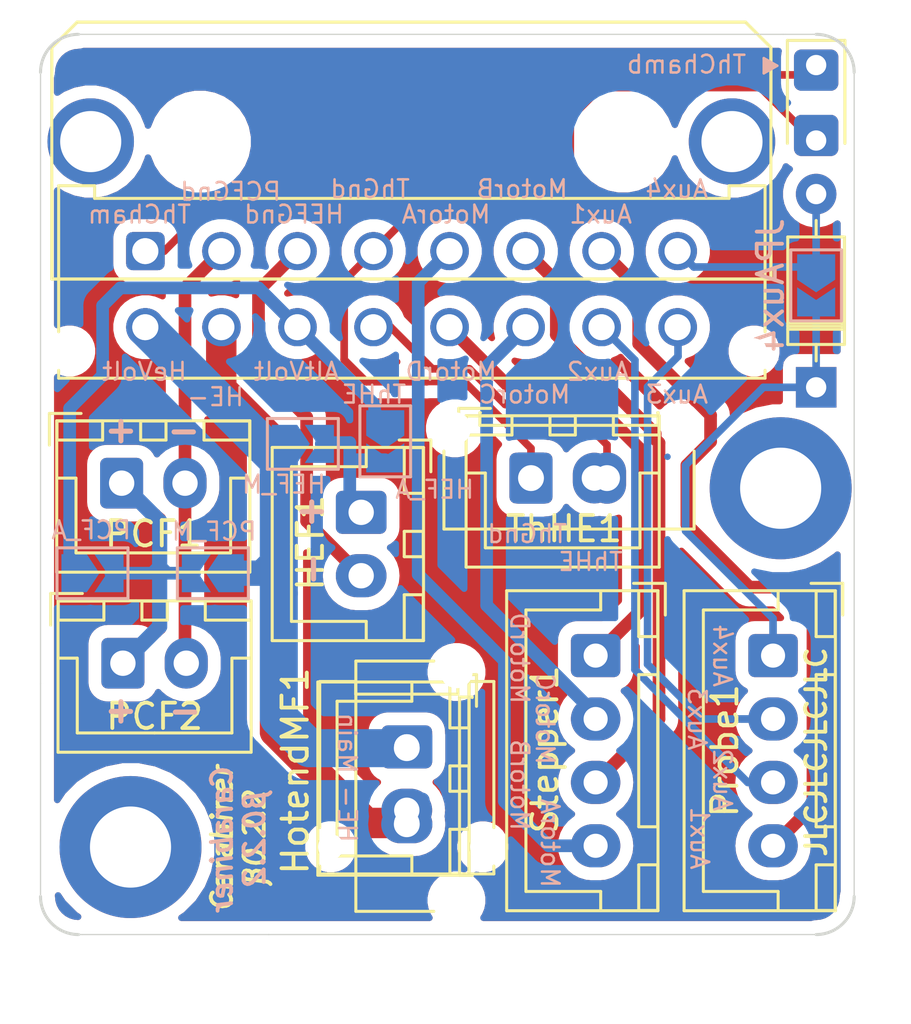
<source format=kicad_pcb>
(kicad_pcb (version 20171130) (host pcbnew 5.1.6+dfsg1-1)
  (layers (0 F.Cu signal) (31 B.Cu signal) (34 B.Paste user) (35 F.Paste user) (36 B.SilkS user) (37 F.SilkS user) (38 B.Mask user) (39 F.Mask user) (44 Edge.Cuts user))
  (net 0 "")
  (net 1 PcFanGnd)
  (net 2 HotendFanGnd)
  (net 3 Z-Stop)
  (net 4 Gnd)
  (net 5 Stepper1A)
  (net 6 Stepper1B)
  (net 7 Stepper2A)
  (net 8 Stepper2B)
  (net 9 HotendNeg)
  (net 10 Aux2)
  (net 11 DioAux2)
  (net 12 Aux1)
  (net 13 HotendFanSwitch)
  (net 14 PcFanSwitch)
  (net 15 AltVolt)
  (net 16 ThCommonGnd)
  (net 17 ThChamber)
  (net 18 HotendVoltage)
  (net 19 ThHotend)
  (module Annex:AnnexLogoBack (layer F.Cu) (at 66.7 37.3)
    (fp_text reference LOGO2 hide)
    (fp_text value Logo_Open_Hardware_Small hide)
  )
  (module Annex:AnnexLogo (layer F.Cu) (at 65.4 37.3)
    (fp_text reference LOGO1 hide)
    (fp_text value Logo_Open_Hardware_Small hide)
  )
  (module Jumper:SolderJumper-2_P1.3mm_Open_TrianglePad1.0x1.5mm (layer B.Cu) (at 64.1 50.05 270)
    (fp_text reference HEF_A (at 1.9 -1.95 180) (layer B.SilkS) (effects (font (size 0.7 0.7) (thickness 0.1)) (justify mirror)))
    (fp_text value SolderJumper_2_Open)
    (pad 1 smd custom (at -0.725 0 270) (size 0.3 0.3) (layers B.Cu B.Mask) (net 15 AltVolt) (options (clearance outline) (anchor rect)) (primitives (gr_poly (pts (xy -0.5 0.75) (xy 0.5 0.75) (xy 1 0) (xy 0.5 -0.75) (xy -0.5 -0.75)) (width 0))))
    (pad 2 smd custom (at 0.725 0 270) (size 0.3 0.3) (layers B.Cu B.Mask) (net 13 HotendFanSwitch) (options (clearance outline) (anchor rect)) (primitives (gr_poly (pts (xy -0.65 0.75) (xy 0.5 0.75) (xy 0.5 -0.75) (xy -0.65 -0.75) (xy -0.15 0)) (width 0))))
  )
  (module Connector_Molex:Molex_Micro-Fit_3.0_43650-0215_1x02_P3.00mm_Vertical (layer F.Cu) (at 69.85 51.5)
    (fp_text reference ThHe_MF1 hide)
    (fp_text value "Thermistor MF 43650-0215")
    (pad 2 thru_hole oval (at 3 0) (size 1.5 2.02) (drill 1.02) (layers *.Cu *.Mask) (net 19 ThHotend))
    (pad 1 thru_hole roundrect (at 0 0) (size 1.5 2.02) (drill 1.02) (layers *.Cu *.Mask) (roundrect_rratio 0.166667) (net 16 ThCommonGnd))
    (pad "" np_thru_hole circle (at 6 -1.96) (size 1.27 1.27) (drill 1.27) (layers *.Cu *.Mask))
    (pad "" np_thru_hole circle (at -3 -1.96) (size 1.27 1.27) (drill 1.27) (layers *.Cu *.Mask))
  )
  (module Connector_Molex:Molex_Micro-Fit_3.0_43045-0212_2x01_P3.00mm_Vertical (layer F.Cu) (at 64.95 62.1)
    (fp_text reference HotendMF2 hide)
    (fp_text value " Hotend MF 43045-0212")
    (pad 2 thru_hole circle (at 0 3) (size 1.5 1.5) (drill 1) (layers *.Cu *.Mask) (net 9 HotendNeg))
    (pad 1 thru_hole roundrect (at 0 0) (size 1.5 1.5) (drill 1) (layers *.Cu *.Mask) (roundrect_rratio 0.166667) (net 18 HotendVoltage))
    (pad "" np_thru_hole circle (at 3 3.94) (size 1 1) (drill 1) (layers *.Cu *.Mask))
    (pad "" np_thru_hole circle (at -3 3.94) (size 1 1) (drill 1) (layers *.Cu *.Mask))
  )
  (module Connector_Molex:Molex_Micro-Fit_3.0_43045-1621_2x08-1MP_P3.00mm_Horizontal (layer F.Cu) (at 54.63 42.55)
    (fp_text reference J2 hide)
    (fp_text value "MF-Horizontal 43045-1621")
    (pad 16 thru_hole circle (at 21 3) (size 1.5 1.5) (drill 1.02) (layers *.Cu *.Mask) (net 12 Aux1))
    (pad 15 thru_hole circle (at 18 3) (size 1.5 1.5) (drill 1.02) (layers *.Cu *.Mask) (net 3 Z-Stop))
    (pad 14 thru_hole circle (at 15 3) (size 1.5 1.5) (drill 1.02) (layers *.Cu *.Mask) (net 7 Stepper2A))
    (pad 13 thru_hole circle (at 12 3) (size 1.5 1.5) (drill 1.02) (layers *.Cu *.Mask) (net 8 Stepper2B))
    (pad 12 thru_hole circle (at 9 3) (size 1.5 1.5) (drill 1.02) (layers *.Cu *.Mask) (net 19 ThHotend))
    (pad 11 thru_hole circle (at 6 3) (size 1.5 1.5) (drill 1.02) (layers *.Cu *.Mask) (net 15 AltVolt))
    (pad 10 thru_hole circle (at 3 3) (size 1.5 1.5) (drill 1.02) (layers *.Cu *.Mask) (net 9 HotendNeg))
    (pad 9 thru_hole circle (at 0 3) (size 1.5 1.5) (drill 1.02) (layers *.Cu *.Mask) (net 18 HotendVoltage))
    (pad 8 thru_hole circle (at 21 0) (size 1.5 1.5) (drill 1.02) (layers *.Cu *.Mask) (net 10 Aux2))
    (pad 7 thru_hole circle (at 18 0) (size 1.5 1.5) (drill 1.02) (layers *.Cu *.Mask) (net 4 Gnd))
    (pad 6 thru_hole circle (at 15 0) (size 1.5 1.5) (drill 1.02) (layers *.Cu *.Mask) (net 6 Stepper1B))
    (pad 5 thru_hole circle (at 12 0) (size 1.5 1.5) (drill 1.02) (layers *.Cu *.Mask) (net 5 Stepper1A))
    (pad 4 thru_hole circle (at 9 0) (size 1.5 1.5) (drill 1.02) (layers *.Cu *.Mask) (net 16 ThCommonGnd))
    (pad 3 thru_hole circle (at 6 0) (size 1.5 1.5) (drill 1.02) (layers *.Cu *.Mask) (net 2 HotendFanGnd))
    (pad 2 thru_hole circle (at 3 0) (size 1.5 1.5) (drill 1.02) (layers *.Cu *.Mask) (net 1 PcFanGnd))
    (pad 1 thru_hole roundrect (at 0 0) (size 1.5 1.5) (drill 1.02) (layers *.Cu *.Mask) (roundrect_rratio 0.166667) (net 17 ThChamber))
    (pad MP thru_hole circle (at 23.15 -4.32) (size 3.41 3.41) (drill 2.41) (layers *.Cu *.Mask))
    (pad MP thru_hole circle (at -2.15 -4.32) (size 3.41 3.41) (drill 2.41) (layers *.Cu *.Mask))
  )
  (module Jumper:SolderJumper-2_P1.3mm_Open_TrianglePad1.0x1.5mm (layer B.Cu) (at 57.3 55.25 180)
    (fp_text reference PCF_M (at -0.05 1.65) (layer B.SilkS) (effects (font (size 0.7 0.7) (thickness 0.1)) (justify mirror)))
    (fp_text value SolderJumper_2_Open)
    (pad 1 smd custom (at -0.725 0 180) (size 0.3 0.3) (layers B.Cu B.Mask) (net 18 HotendVoltage) (options (clearance outline) (anchor rect)) (primitives (gr_poly (pts (xy -0.5 0.75) (xy 0.5 0.75) (xy 1 0) (xy 0.5 -0.75) (xy -0.5 -0.75)) (width 0))))
    (pad 2 smd custom (at 0.725 0 180) (size 0.3 0.3) (layers B.Cu B.Mask) (net 14 PcFanSwitch) (options (clearance outline) (anchor rect)) (primitives (gr_poly (pts (xy -0.65 0.75) (xy 0.5 0.75) (xy 0.5 -0.75) (xy -0.65 -0.75) (xy -0.15 0)) (width 0))))
  )
  (module Jumper:SolderJumper-2_P1.3mm_Open_TrianglePad1.0x1.5mm (layer B.Cu) (at 52.55 55.25)
    (fp_text reference PCF_A (at -0.05 -1.7) (layer B.SilkS) (effects (font (size 0.7 0.7) (thickness 0.1)) (justify mirror)))
    (fp_text value SolderJumper_2_Open)
    (pad 1 smd custom (at -0.725 0) (size 0.3 0.3) (layers B.Cu B.Mask) (net 15 AltVolt) (options (clearance outline) (anchor rect)) (primitives (gr_poly (pts (xy -0.5 0.75) (xy 0.5 0.75) (xy 1 0) (xy 0.5 -0.75) (xy -0.5 -0.75)) (width 0))))
    (pad 2 smd custom (at 0.725 0) (size 0.3 0.3) (layers B.Cu B.Mask) (net 14 PcFanSwitch) (options (clearance outline) (anchor rect)) (primitives (gr_poly (pts (xy -0.65 0.75) (xy 0.5 0.75) (xy 0.5 -0.75) (xy -0.65 -0.75) (xy -0.15 0)) (width 0))))
  )
  (module Jumper:SolderJumper-2_P1.3mm_Open_TrianglePad1.0x1.5mm (layer B.Cu) (at 60.85 50.15)
    (fp_text reference HEF_M (at -0.75 1.6) (layer B.SilkS) (effects (font (size 0.7 0.7) (thickness 0.1)) (justify mirror)))
    (fp_text value SolderJumper_2_Open)
    (pad 1 smd custom (at -0.725 0) (size 0.3 0.3) (layers B.Cu B.Mask) (net 18 HotendVoltage) (options (clearance outline) (anchor rect)) (primitives (gr_poly (pts (xy -0.5 0.75) (xy 0.5 0.75) (xy 1 0) (xy 0.5 -0.75) (xy -0.5 -0.75)) (width 0))))
    (pad 2 smd custom (at 0.725 0) (size 0.3 0.3) (layers B.Cu B.Mask) (net 13 HotendFanSwitch) (options (clearance outline) (anchor rect)) (primitives (gr_poly (pts (xy -0.65 0.75) (xy 0.5 0.75) (xy 0.5 -0.75) (xy -0.65 -0.75) (xy -0.15 0)) (width 0))))
  )
  (module Connector_Molex:Molex_Micro-Fit_3.0_43045-1612_2x08_P3.00mm_Vertical (layer F.Cu) (at 54.65 42.55)
    (fp_text reference J1 hide)
    (fp_text value "MF-Vertical  43045-1612")
    (pad 16 thru_hole circle (at 21 3) (size 1.5 1.5) (drill 1) (layers *.Cu *.Mask) (net 12 Aux1))
    (pad 15 thru_hole circle (at 18 3) (size 1.5 1.5) (drill 1) (layers *.Cu *.Mask) (net 3 Z-Stop))
    (pad 14 thru_hole circle (at 15 3) (size 1.5 1.5) (drill 1) (layers *.Cu *.Mask) (net 7 Stepper2A))
    (pad 13 thru_hole circle (at 12 3) (size 1.5 1.5) (drill 1) (layers *.Cu *.Mask) (net 8 Stepper2B))
    (pad 12 thru_hole circle (at 9 3) (size 1.5 1.5) (drill 1) (layers *.Cu *.Mask) (net 19 ThHotend))
    (pad 11 thru_hole circle (at 6 3) (size 1.5 1.5) (drill 1) (layers *.Cu *.Mask) (net 15 AltVolt))
    (pad 10 thru_hole circle (at 3 3) (size 1.5 1.5) (drill 1) (layers *.Cu *.Mask) (net 9 HotendNeg))
    (pad 9 thru_hole circle (at 0 3) (size 1.5 1.5) (drill 1) (layers *.Cu *.Mask) (net 18 HotendVoltage))
    (pad 8 thru_hole circle (at 21 0) (size 1.5 1.5) (drill 1) (layers *.Cu *.Mask) (net 10 Aux2))
    (pad 7 thru_hole circle (at 18 0) (size 1.5 1.5) (drill 1) (layers *.Cu *.Mask) (net 4 Gnd))
    (pad 6 thru_hole circle (at 15 0) (size 1.5 1.5) (drill 1) (layers *.Cu *.Mask) (net 6 Stepper1B))
    (pad 5 thru_hole circle (at 12 0) (size 1.5 1.5) (drill 1) (layers *.Cu *.Mask) (net 5 Stepper1A))
    (pad 4 thru_hole circle (at 9 0) (size 1.5 1.5) (drill 1) (layers *.Cu *.Mask) (net 16 ThCommonGnd))
    (pad 3 thru_hole circle (at 6 0) (size 1.5 1.5) (drill 1) (layers *.Cu *.Mask) (net 2 HotendFanGnd))
    (pad 2 thru_hole circle (at 3 0) (size 1.5 1.5) (drill 1) (layers *.Cu *.Mask) (net 1 PcFanGnd))
    (pad 1 thru_hole roundrect (at 0 0) (size 1.5 1.5) (drill 1) (layers *.Cu *.Mask) (roundrect_rratio 0.166667) (net 17 ThChamber))
    (pad "" np_thru_hole circle (at 24 3.94) (size 1 1) (drill 1) (layers *.Cu *.Mask))
    (pad "" np_thru_hole circle (at -3 3.94) (size 1 1) (drill 1) (layers *.Cu *.Mask))
  )
  (module carabiner-footprints:1206_3216_HandSolder_Hole (layer F.Cu) (at 81.1 36.7 270)
    (fp_text reference Chamber1 hide)
    (fp_text value Thermistor)
    (pad 1 thru_hole roundrect (at -1.4875 0 270) (size 1.625 1.75) (drill 0.8 (offset 0.2 0)) (layers *.Cu *.Mask) (roundrect_rratio 0.175) (net 17 ThChamber))
    (pad 2 thru_hole roundrect (at 1.4875 0 270) (size 1.625 1.75) (drill 0.8 (offset -0.2 0)) (layers *.Cu *.Mask) (roundrect_rratio 0.175) (net 16 ThCommonGnd))
  )
  (module Connector_Molex:Molex_Micro-Fit_3.0_43045-1600_2x08_P3.00mm_Horizontal (layer F.Cu) (at 54.63 42.55)
    (fp_text reference J7 hide)
    (fp_text value "MF-Horizontal 43045-1600")
    (pad 16 thru_hole circle (at 21 3) (size 1.5 1.5) (drill 1.02) (layers *.Cu *.Mask) (net 12 Aux1))
    (pad 15 thru_hole circle (at 18 3) (size 1.5 1.5) (drill 1.02) (layers *.Cu *.Mask) (net 3 Z-Stop))
    (pad 14 thru_hole circle (at 15 3) (size 1.5 1.5) (drill 1.02) (layers *.Cu *.Mask) (net 7 Stepper2A))
    (pad 13 thru_hole circle (at 12 3) (size 1.5 1.5) (drill 1.02) (layers *.Cu *.Mask) (net 8 Stepper2B))
    (pad 12 thru_hole circle (at 9 3) (size 1.5 1.5) (drill 1.02) (layers *.Cu *.Mask) (net 19 ThHotend))
    (pad 11 thru_hole circle (at 6 3) (size 1.5 1.5) (drill 1.02) (layers *.Cu *.Mask) (net 15 AltVolt))
    (pad 10 thru_hole circle (at 3 3) (size 1.5 1.5) (drill 1.02) (layers *.Cu *.Mask) (net 9 HotendNeg))
    (pad 9 thru_hole circle (at 0 3) (size 1.5 1.5) (drill 1.02) (layers *.Cu *.Mask) (net 18 HotendVoltage))
    (pad 8 thru_hole circle (at 21 0) (size 1.5 1.5) (drill 1.02) (layers *.Cu *.Mask) (net 10 Aux2))
    (pad 7 thru_hole circle (at 18 0) (size 1.5 1.5) (drill 1.02) (layers *.Cu *.Mask) (net 4 Gnd))
    (pad 6 thru_hole circle (at 15 0) (size 1.5 1.5) (drill 1.02) (layers *.Cu *.Mask) (net 6 Stepper1B))
    (pad 5 thru_hole circle (at 12 0) (size 1.5 1.5) (drill 1.02) (layers *.Cu *.Mask) (net 5 Stepper1A))
    (pad 4 thru_hole circle (at 9 0) (size 1.5 1.5) (drill 1.02) (layers *.Cu *.Mask) (net 16 ThCommonGnd))
    (pad 3 thru_hole circle (at 6 0) (size 1.5 1.5) (drill 1.02) (layers *.Cu *.Mask) (net 2 HotendFanGnd))
    (pad 2 thru_hole circle (at 3 0) (size 1.5 1.5) (drill 1.02) (layers *.Cu *.Mask) (net 1 PcFanGnd))
    (pad 1 thru_hole roundrect (at 0 0) (size 1.5 1.5) (drill 1.02) (layers *.Cu *.Mask) (roundrect_rratio 0.166667) (net 17 ThChamber))
    (pad "" np_thru_hole circle (at 18.86 -4.32) (size 3 3) (drill 3) (layers *.Cu *.Mask))
    (pad "" np_thru_hole circle (at 2.16 -4.32) (size 3 3) (drill 3) (layers *.Cu *.Mask))
  )
  (module Connector_JST:JST_XH_B2B-XH-A_1x02_P2.50mm_Vertical (layer F.Cu) (at 64.95 62.1 270)
    (fp_text reference HotendXH1)
    (fp_text value HotendXHTool)
    (pad 1 thru_hole roundrect (at 0 0 270) (size 1.7 2) (drill 1) (layers *.Cu *.Mask) (roundrect_rratio 0.147059) (net 18 HotendVoltage))
    (pad 2 thru_hole oval (at 2.5 0 270) (size 1.7 2) (drill 1) (layers *.Cu *.Mask) (net 9 HotendNeg))
  )
  (module Connector_JST:JST_XH_B2B-XH-A_1x02_P2.50mm_Vertical (layer F.Cu) (at 69.85 51.5)
    (fp_text reference ThHE1 (at 1.3 2) (layer F.SilkS))
    (fp_text value Thermistor)
    (pad 1 thru_hole roundrect (at 0 0) (size 1.7 2) (drill 1) (layers *.Cu *.Mask) (roundrect_rratio 0.147059) (net 16 ThCommonGnd))
    (pad 2 thru_hole oval (at 2.5 0) (size 1.7 2) (drill 1) (layers *.Cu *.Mask) (net 19 ThHotend))
  )
  (module Connector_JST:JST_XH_B4B-XH-A_1x04_P2.50mm_Vertical (layer F.Cu) (at 72.4 58.5 270)
    (fp_text reference Stepper1 (at 3.7 2 90) (layer F.SilkS))
    (fp_text value E-Stepper)
    (pad 4 thru_hole oval (at 7.5 0 270) (size 1.7 1.95) (drill 0.95) (layers *.Cu *.Mask) (net 5 Stepper1A))
    (pad 3 thru_hole oval (at 5 0 270) (size 1.7 1.95) (drill 0.95) (layers *.Cu *.Mask) (net 6 Stepper1B))
    (pad 2 thru_hole oval (at 2.5 0 270) (size 1.7 1.95) (drill 0.95) (layers *.Cu *.Mask) (net 7 Stepper2A))
    (pad 1 thru_hole roundrect (at 0 0 270) (size 1.7 1.95) (drill 0.95) (layers *.Cu *.Mask) (roundrect_rratio 0.147059) (net 8 Stepper2B))
  )
  (module Connector_JST:JST_XH_B4B-XH-A_1x04_P2.50mm_Vertical (layer F.Cu) (at 79.4 58.5 270)
    (fp_text reference Probe1 (at 3.75 1.9 90) (layer F.SilkS))
    (fp_text value Probe)
    (pad 4 thru_hole oval (at 7.5 0 270) (size 1.7 1.95) (drill 0.95) (layers *.Cu *.Mask) (net 4 Gnd))
    (pad 3 thru_hole oval (at 5 0 270) (size 1.7 1.95) (drill 0.95) (layers *.Cu *.Mask) (net 3 Z-Stop))
    (pad 2 thru_hole oval (at 2.5 0 270) (size 1.7 1.95) (drill 0.95) (layers *.Cu *.Mask) (net 12 Aux1))
    (pad 1 thru_hole roundrect (at 0 0 270) (size 1.7 1.95) (drill 0.95) (layers *.Cu *.Mask) (roundrect_rratio 0.147059) (net 11 DioAux2))
  )
  (module Connector_JST:JST_XH_B2B-XH-A_1x02_P2.50mm_Vertical (layer F.Cu) (at 53.75 58.8)
    (fp_text reference PCF2 (at 1.25 2.1) (layer F.SilkS))
    (fp_text value PcFan2)
    (pad 2 thru_hole oval (at 2.5 0) (size 1.7 2) (drill 1) (layers *.Cu *.Mask) (net 1 PcFanGnd))
    (pad 1 thru_hole roundrect (at 0 0) (size 1.7 2) (drill 1) (layers *.Cu *.Mask) (roundrect_rratio 0.147059) (net 14 PcFanSwitch))
  )
  (module Connector_JST:JST_XH_B2B-XH-A_1x02_P2.50mm_Vertical (layer F.Cu) (at 53.7 51.7)
    (fp_text reference PCF1 (at 1.25 2) (layer F.SilkS))
    (fp_text value PcFan1)
    (pad 2 thru_hole oval (at 2.5 0) (size 1.7 2) (drill 1) (layers *.Cu *.Mask) (net 1 PcFanGnd))
    (pad 1 thru_hole roundrect (at 0 0) (size 1.7 2) (drill 1) (layers *.Cu *.Mask) (roundrect_rratio 0.147059) (net 14 PcFanSwitch))
  )
  (module Jumper:SolderJumper-2_P1.3mm_Open_TrianglePad1.0x1.5mm (layer B.Cu) (at 81.1 43.9 270)
    (fp_text reference JPAux4 (at 0 1.8 270) (layer B.SilkS) (effects (justify mirror)))
    (fp_text value SolderJumper_2_Open)
    (pad 1 smd custom (at -0.725 0 270) (size 0.3 0.3) (layers B.Cu B.Mask) (net 10 Aux2) (options (clearance outline) (anchor rect)) (primitives (gr_poly (pts (xy -0.5 0.75) (xy 0.5 0.75) (xy 1 0) (xy 0.5 -0.75) (xy -0.5 -0.75)) (width 0))))
    (pad 2 smd custom (at 0.725 0 270) (size 0.3 0.3) (layers B.Cu B.Mask) (net 11 DioAux2) (options (clearance outline) (anchor rect)) (primitives (gr_poly (pts (xy -0.65 0.75) (xy 0.5 0.75) (xy 0.5 -0.75) (xy -0.65 -0.75) (xy -0.15 0)) (width 0))))
  )
  (module Connector_JST:JST_XH_B2B-XH-A_1x02_P2.50mm_Vertical (layer F.Cu) (at 63.15 52.85 270)
    (fp_text reference HEF1 (at 1.2 2 90) (layer F.SilkS))
    (fp_text value HotendFan)
    (pad 2 thru_hole oval (at 2.5 0 270) (size 1.7 2) (drill 1) (layers *.Cu *.Mask) (net 2 HotendFanGnd))
    (pad 1 thru_hole roundrect (at 0 0 270) (size 1.7 2) (drill 1) (layers *.Cu *.Mask) (roundrect_rratio 0.147059) (net 13 HotendFanSwitch))
  )
  (module Connector_Molex:Molex_Micro-Fit_3.0_43650-0215_1x02_P3.00mm_Vertical (layer F.Cu) (at 64.95 62.15 270)
    (fp_text reference HotendMF1 (at 0.9 4.4 90) (layer F.SilkS))
    (fp_text value "Hotend MF 43650-0215")
    (pad 2 thru_hole oval (at 3 0 270) (size 1.5 2.02) (drill 1.02) (layers *.Cu *.Mask) (net 9 HotendNeg))
    (pad 1 thru_hole roundrect (at 0 0 270) (size 1.5 2.02) (drill 1.02) (layers *.Cu *.Mask) (roundrect_rratio 0.166667) (net 18 HotendVoltage))
    (pad "" np_thru_hole circle (at 6 -1.96 270) (size 1.27 1.27) (drill 1.27) (layers *.Cu *.Mask))
    (pad "" np_thru_hole circle (at -3 -1.96 270) (size 1.27 1.27) (drill 1.27) (layers *.Cu *.Mask))
  )
  (module MountingHole:MountingHole_3.2mm_M3_DIN965_Pad (layer F.Cu) (at 79.7 51.9)
    (fp_text reference H2 hide)
    (fp_text value MountingHole)
    (pad 1 thru_hole circle (at 0 0) (size 5.6 5.6) (drill 3.2) (layers *.Cu *.Mask))
  )
  (module MountingHole:MountingHole_3.2mm_M3_DIN965_Pad (layer F.Cu) (at 54.05 66.05)
    (fp_text reference H1 hide)
    (fp_text value MountingHole)
    (pad 1 thru_hole circle (at 0 0) (size 5.6 5.6) (drill 3.2) (layers *.Cu *.Mask))
  )
  (module Diode_THT:D_DO-35_SOD27_P7.62mm_Horizontal (layer F.Cu) (at 81.1 47.92 90)
    (fp_text reference D1 hide)
    (fp_text value B350)
    (pad 2 thru_hole oval (at 7.62 0 90) (size 1.6 1.6) (drill 0.8) (layers *.Cu *.Mask) (net 10 Aux2))
    (pad 1 thru_hole rect (at 0 0 90) (size 1.6 1.6) (drill 0.8) (layers *.Cu *.Mask) (net 11 DioAux2))
  )
  (gr_text "Carabiner\nβ0.2.2" (at 58.3 65.7 90) (layer B.SilkS) (effects (font (size 0.8 0.8) (thickness 0.15) italic) (justify mirror)))
  (gr_arc (start 52 35.5) (end 52 34) (angle -90) (layer Edge.Cuts) (width 0.12))
  (gr_arc (start 52 68) (end 50.5 68) (angle -90) (layer Edge.Cuts) (width 0.12))
  (gr_arc (start 81.1 68) (end 81.1 69.5) (angle -90) (layer Edge.Cuts) (width 0.12))
  (gr_line (start 82.6 35.5) (end 82.6 68) (layer Edge.Cuts) (width 0.05))
  (gr_arc (start 81.1 35.5) (end 82.6 35.5) (angle -90) (layer Edge.Cuts) (width 0.12))
  (gr_text "◀ ThChamb\n\n" (at 79.8 35.75) (layer B.SilkS) (effects (font (size 0.7 0.7) (thickness 0.1)) (justify left mirror)))
  (gr_text "Carabiner\nβ0.2.2" (at 58.3 65.7 90) (layer F.SilkS) (effects (font (size 0.8 0.8) (thickness 0.15) italic)))
  (gr_text JLCJLCJLCJLC (at 81.1 62.3 90) (layer F.SilkS) (effects (font (size 0.8 0.8))))
  (gr_text MotorD (at 69.4 58.6 270) (layer B.SilkS) (effects (font (size 0.7 0.7) (thickness 0.1)) (justify mirror)))
  (gr_text MotorC (at 70.4 61 270) (layer B.SilkS) (effects (font (size 0.7 0.7) (thickness 0.1)) (justify mirror)))
  (gr_text MotorB (at 69.4 63.6 270) (layer B.SilkS) (effects (font (size 0.7 0.7) (thickness 0.1)) (justify mirror)))
  (gr_text MotorA (at 70.6 65.9 270) (layer B.SilkS) (effects (font (size 0.7 0.7) (thickness 0.1)) (justify mirror)))
  (gr_text ThHE (at 63.65 48.2) (layer B.SilkS) (effects (font (size 0.7 0.7) (thickness 0.1)) (justify mirror)))
  (gr_text ThHE (at 72.2 54.8) (layer B.SilkS) (effects (font (size 0.7 0.7) (thickness 0.1)) (justify mirror)))
  (gr_text MotorD (at 66.7 47.3) (layer B.SilkS) (effects (font (size 0.7 0.7) (thickness 0.1)) (justify mirror)))
  (gr_text MotorC (at 69.6 48.2) (layer B.SilkS) (effects (font (size 0.7 0.7) (thickness 0.1)) (justify mirror)))
  (gr_text MotorB (at 69.5 40.1) (layer B.SilkS) (effects (font (size 0.7 0.7) (thickness 0.1)) (justify mirror)))
  (gr_text MotorA (at 66.5 41.1) (layer B.SilkS) (effects (font (size 0.7 0.7) (thickness 0.1)) (justify mirror)))
  (gr_text Main (at 62.6 61.95 270) (layer B.SilkS) (effects (font (size 0.7 0.7) (thickness 0.1)) (justify mirror)))
  (gr_text "HE-\n" (at 62.6 64.75 270) (layer B.SilkS) (effects (font (size 0.7 0.7) (thickness 0.1)) (justify mirror)))
  (gr_text Aux2 (at 77.4 63.4 270) (layer B.SilkS) (effects (font (size 0.7 0.7) (thickness 0.1)) (justify mirror)))
  (gr_text Aux1 (at 76.5 65.7 270) (layer B.SilkS) (effects (font (size 0.7 0.7) (thickness 0.1)) (justify mirror)))
  (gr_text Aux3 (at 76.4 61 270) (layer B.SilkS) (effects (font (size 0.7 0.7) (thickness 0.1)) (justify mirror)))
  (gr_text Aux4 (at 77.4 58.5 270) (layer B.SilkS) (effects (font (size 0.7 0.7) (thickness 0.1)) (justify mirror)))
  (gr_text ThGnd (at 69.7 53.7) (layer B.SilkS) (effects (font (size 0.7 0.7) (thickness 0.1)) (justify mirror)))
  (gr_text Aux3 (at 75.6 48.2) (layer B.SilkS) (effects (font (size 0.7 0.7) (thickness 0.1)) (justify mirror)))
  (gr_text Aux2 (at 72.5 47.3) (layer B.SilkS) (effects (font (size 0.7 0.7) (thickness 0.1)) (justify mirror)))
  (gr_text Aux4 (at 75.6 40.1) (layer B.SilkS) (effects (font (size 0.7 0.7) (thickness 0.1)) (justify mirror)))
  (gr_text Aux1 (at 72.6 41.1) (layer B.SilkS) (effects (font (size 0.7 0.7) (thickness 0.1)) (justify mirror)))
  (gr_text ThGnd (at 63.5 40.1) (layer B.SilkS) (effects (font (size 0.7 0.7) (thickness 0.1)) (justify mirror)))
  (gr_text HEFGnd (at 60.5 41.1) (layer B.SilkS) (effects (font (size 0.7 0.7) (thickness 0.1)) (justify mirror)))
  (gr_text PCFGnd (at 58 40.2) (layer B.SilkS) (effects (font (size 0.7 0.7) (thickness 0.1)) (justify mirror)))
  (gr_text "ThCham\n" (at 54.4 41.1) (layer B.SilkS) (effects (font (size 0.7 0.7) (thickness 0.1)) (justify mirror)))
  (gr_text AltVolt (at 60.6 47.3) (layer B.SilkS) (effects (font (size 0.7 0.7) (thickness 0.1)) (justify mirror)))
  (gr_text "HE-\n" (at 57.4 48.3) (layer B.SilkS) (effects (font (size 0.7 0.7) (thickness 0.1)) (justify mirror)))
  (gr_text HeVolt (at 54.6 47.3) (layer B.SilkS) (effects (font (size 0.7 0.7) (thickness 0.1)) (justify mirror)))
  (gr_text + (at 53.6 49.65 90) (layer B.SilkS) (effects (font (size 1 1) (thickness 0.2)) (justify mirror)))
  (gr_text - (at 56.15 49.75 180) (layer B.SilkS) (effects (font (size 1 1) (thickness 0.2)) (justify mirror)))
  (gr_text + (at 53.6 60.7 90) (layer B.SilkS) (effects (font (size 1 1) (thickness 0.2)) (justify mirror)))
  (gr_text - (at 56.2 60.8 180) (layer B.SilkS) (effects (font (size 1 1) (thickness 0.2)) (justify mirror)))
  (gr_text - (at 61.2 55.1 90) (layer B.SilkS) (effects (font (size 1 1) (thickness 0.2)) (justify mirror)))
  (gr_text + (at 61.2 52.75) (layer B.SilkS) (effects (font (size 1 1) (thickness 0.2)) (justify mirror)))
  (gr_line (start 50.5 68) (end 50.5 59.6) (layer Edge.Cuts) (width 0.05))
  (gr_line (start 59.5 69.5) (end 52 69.5) (layer Edge.Cuts) (width 0.05))
  (gr_line (start 59.5 69.5) (end 81.1 69.5) (layer Edge.Cuts) (width 0.05))
  (gr_line (start 79.8 34) (end 81.1 34) (layer Edge.Cuts) (width 0.05))
  (gr_line (start 50.5 35.5) (end 50.5 59.6) (layer Edge.Cuts) (width 0.05))
  (gr_line (start 79.8 34) (end 52 34) (layer Edge.Cuts) (width 0.05))
  (segment (start 57.65 42.55) (end 56.2 44) (width 0.5) (layer F.Cu) (net 1))
  (segment (start 56.2 44) (end 56.2 51.7) (width 0.5) (layer F.Cu) (net 1))
  (segment (start 56.2 58.75) (end 56.25 58.8) (width 0.5) (layer F.Cu) (net 1))
  (segment (start 56.2 51.7) (end 56.2 58.75) (width 0.5) (layer F.Cu) (net 1))
  (segment (start 60.65 42.55) (end 59.1 44.1) (width 0.5) (layer F.Cu) (net 2))
  (segment (start 59.1 44.1) (end 59.1 47.2) (width 0.5) (layer F.Cu) (net 2))
  (segment (start 61 53.2) (end 63.15 55.35) (width 0.5) (layer F.Cu) (net 2))
  (segment (start 61 49.1) (end 61 53.2) (width 0.5) (layer F.Cu) (net 2))
  (segment (start 59.1 47.2) (end 61 49.1) (width 0.5) (layer F.Cu) (net 2))
  (segment (start 74.65002 59.75002) (end 78.4 63.5) (width 0.3) (layer B.Cu) (net 3))
  (segment (start 78.4 63.5) (end 79.4 63.5) (width 0.3) (layer B.Cu) (net 3))
  (segment (start 73.95001 46.85001) (end 73.95001 56.64997) (width 0.3) (layer B.Cu) (net 3))
  (segment (start 72.65 45.55) (end 73.95001 46.85001) (width 0.3) (layer B.Cu) (net 3))
  (segment (start 73.95001 59.05001) (end 74.65002 59.75002) (width 0.3) (layer B.Cu) (net 3))
  (segment (start 73.95001 56.64997) (end 73.95001 59.05001) (width 0.3) (layer B.Cu) (net 3))
  (segment (start 74.1 44) (end 72.65 42.55) (width 0.5) (layer F.Cu) (net 4))
  (segment (start 78.467998 55.8) (end 76 53.332002) (width 0.5) (layer F.Cu) (net 4))
  (segment (start 79.75 55.8) (end 78.467998 55.8) (width 0.5) (layer F.Cu) (net 4))
  (segment (start 80.97501 57.02501) (end 79.75 55.8) (width 0.5) (layer F.Cu) (net 4))
  (segment (start 80.97501 64.42499) (end 80.97501 57.02501) (width 0.5) (layer F.Cu) (net 4))
  (segment (start 79.4 66) (end 80.97501 64.42499) (width 0.5) (layer F.Cu) (net 4))
  (segment (start 76 50.995802) (end 76 53.332002) (width 0.5) (layer F.Cu) (net 4))
  (segment (start 76.935001 50.060801) (end 76 50.995802) (width 0.5) (layer F.Cu) (net 4))
  (segment (start 76.365802 48.45) (end 76.935001 49.019199) (width 0.5) (layer F.Cu) (net 4))
  (segment (start 76.935001 49.019199) (end 76.935001 50.060801) (width 0.5) (layer F.Cu) (net 4))
  (segment (start 76.35 48.45) (end 74.1 46.2) (width 0.5) (layer F.Cu) (net 4))
  (segment (start 76.365802 48.45) (end 76.35 48.45) (width 0.5) (layer F.Cu) (net 4))
  (segment (start 74.1 46.2) (end 74.1 44) (width 0.5) (layer F.Cu) (net 4))
  (segment (start 72.4 66) (end 72.275 66) (width 0.8) (layer F.Cu) (net 5))
  (segment (start 70.55 66) (end 72.4 66) (width 0.5) (layer B.Cu) (net 5))
  (segment (start 68.8 64.25) (end 70.55 66) (width 0.5) (layer B.Cu) (net 5))
  (segment (start 68.8 58.7) (end 68.8 64.25) (width 0.5) (layer B.Cu) (net 5))
  (segment (start 66.63 42.55) (end 65.4 43.78) (width 0.5) (layer B.Cu) (net 5))
  (segment (start 65.4 55.3) (end 68.175 58.075) (width 0.5) (layer B.Cu) (net 5))
  (segment (start 65.4 43.78) (end 65.4 55.3) (width 0.5) (layer B.Cu) (net 5))
  (segment (start 68.175 58.075) (end 68.8 58.7) (width 0.5) (layer B.Cu) (net 5))
  (segment (start 67.95 57.85) (end 68.175 58.075) (width 0.5) (layer B.Cu) (net 5))
  (segment (start 72.4 63.5) (end 72.4 63.175623) (width 0.8) (layer F.Cu) (net 6))
  (segment (start 74.75 61.15) (end 72.4 63.5) (width 0.5) (layer F.Cu) (net 6))
  (segment (start 74.90001 60.99999) (end 72.4 63.5) (width 0.5) (layer F.Cu) (net 6))
  (segment (start 74.90001 50.110047) (end 74.90001 60.99999) (width 0.5) (layer F.Cu) (net 6))
  (segment (start 74.75 49.960037) (end 74.90001 50.110047) (width 0.5) (layer F.Cu) (net 6))
  (segment (start 74.75 49.747905) (end 74.75 49.960037) (width 0.5) (layer F.Cu) (net 6))
  (segment (start 70.850001 45.847906) (end 74.75 49.747905) (width 0.5) (layer F.Cu) (net 6))
  (segment (start 70.850001 43.750001) (end 70.850001 45.847906) (width 0.5) (layer F.Cu) (net 6))
  (segment (start 69.65 42.55) (end 70.850001 43.750001) (width 0.5) (layer F.Cu) (net 6))
  (segment (start 72.525 61) (end 72.4 61) (width 0.8) (layer B.Cu) (net 7))
  (segment (start 72.4 60.814966) (end 72.4 61) (width 0.5) (layer B.Cu) (net 7))
  (segment (start 68.1 56.514966) (end 72.4 60.814966) (width 0.5) (layer B.Cu) (net 7))
  (segment (start 68.1 47.1) (end 68.1 56.514966) (width 0.5) (layer B.Cu) (net 7))
  (segment (start 69.65 45.55) (end 68.1 47.1) (width 0.5) (layer B.Cu) (net 7))
  (segment (start 73.65001 57.24999) (end 72.4 58.5) (width 0.5) (layer F.Cu) (net 8))
  (segment (start 74.2 56.7) (end 72.4 58.5) (width 0.5) (layer F.Cu) (net 8))
  (segment (start 74.2 50.4) (end 74.2 56.7) (width 0.5) (layer F.Cu) (net 8))
  (segment (start 69.078012 47.998012) (end 71.798012 47.998012) (width 0.5) (layer F.Cu) (net 8))
  (segment (start 71.798012 47.998012) (end 74.2 50.4) (width 0.5) (layer F.Cu) (net 8))
  (segment (start 66.63 45.55) (end 69.078012 47.998012) (width 0.5) (layer F.Cu) (net 8))
  (segment (start 65.55 64.2) (end 65.4 64.2) (width 0.6) (layer B.Cu) (net 9))
  (segment (start 59.75 50.1) (end 57.63 47.98) (width 1.2) (layer F.Cu) (net 9))
  (segment (start 57.63 47.98) (end 57.63 45.55) (width 1.2) (layer F.Cu) (net 9))
  (segment (start 64.95 65.1) (end 63.35 65.1) (width 1.2) (layer F.Cu) (net 9))
  (segment (start 59.75 61.5) (end 59.75 60.25) (width 1.2) (layer F.Cu) (net 9))
  (segment (start 63.35 65.1) (end 59.75 61.5) (width 1.2) (layer F.Cu) (net 9))
  (segment (start 59.75 60.25) (end 59.75 50.1) (width 1.2) (layer F.Cu) (net 9))
  (segment (start 76.275 43.175) (end 75.65 42.55) (width 0.3) (layer B.Cu) (net 10))
  (segment (start 81.1 43.175) (end 76.275 43.175) (width 0.3) (layer B.Cu) (net 10))
  (segment (start 81.1 43.175) (end 81.1 40.3) (width 0.3) (layer B.Cu) (net 10))
  (segment (start 81.1 44.625) (end 81.1 47.92) (width 0.3) (layer B.Cu) (net 11))
  (segment (start 79.4 57.03576) (end 79.4 58.5) (width 0.3) (layer B.Cu) (net 11))
  (segment (start 75.95003 53.58579) (end 79.4 57.03576) (width 0.3) (layer B.Cu) (net 11))
  (segment (start 75.95003 50.987968) (end 75.95003 53.58579) (width 0.3) (layer B.Cu) (net 11))
  (segment (start 79.017998 47.92) (end 75.95003 50.987968) (width 0.3) (layer B.Cu) (net 11))
  (segment (start 81.1 47.92) (end 79.017998 47.92) (width 0.3) (layer B.Cu) (net 11))
  (segment (start 79.4 61) (end 79.4 60.63819) (width 0.25) (layer B.Cu) (net 12))
  (segment (start 75.45 45.75) (end 75.65 45.55) (width 0.3) (layer B.Cu) (net 12))
  (segment (start 79.4 61) (end 78.125 61) (width 0.3) (layer B.Cu) (net 12))
  (segment (start 74.45002 58.8429) (end 76.60712 61) (width 0.3) (layer B.Cu) (net 12))
  (segment (start 74.45002 47.9) (end 74.45002 58.8429) (width 0.3) (layer B.Cu) (net 12))
  (segment (start 75.65 46.70002) (end 74.45002 47.9) (width 0.3) (layer B.Cu) (net 12))
  (segment (start 76.60712 61) (end 79.4 61) (width 0.3) (layer B.Cu) (net 12))
  (segment (start 75.65 45.55) (end 75.65 46.70002) (width 0.3) (layer B.Cu) (net 12))
  (segment (start 62.75 52.7) (end 63.75 52.7) (width 0.6) (layer B.Cu) (net 13))
  (segment (start 61.625 50.1) (end 61.575 50.15) (width 0.5) (layer B.Cu) (net 13))
  (segment (start 62.7 52.4) (end 63.15 52.85) (width 0.5) (layer B.Cu) (net 13))
  (segment (start 62.7 50.1) (end 61.625 50.1) (width 0.5) (layer B.Cu) (net 13))
  (segment (start 62.775 50.775) (end 62.7 50.7) (width 0.5) (layer B.Cu) (net 13))
  (segment (start 64.1 50.775) (end 62.775 50.775) (width 0.5) (layer B.Cu) (net 13))
  (segment (start 62.7 50.7) (end 62.7 52.4) (width 0.5) (layer B.Cu) (net 13))
  (segment (start 62.7 50.1) (end 62.7 50.7) (width 0.5) (layer B.Cu) (net 13))
  (segment (start 55.2 53.2) (end 53.7 51.7) (width 0.6) (layer B.Cu) (net 14))
  (segment (start 55.2 57.35) (end 53.75 58.8) (width 0.6) (layer B.Cu) (net 14))
  (segment (start 55.2 55.4) (end 55.2 57.35) (width 0.6) (layer B.Cu) (net 14))
  (segment (start 54.9 55.25) (end 55.2 54.95) (width 0.5) (layer B.Cu) (net 14))
  (segment (start 53.275 55.25) (end 54.9 55.25) (width 0.5) (layer B.Cu) (net 14))
  (segment (start 55.2 54.95) (end 55.2 53.2) (width 0.6) (layer B.Cu) (net 14))
  (segment (start 55.2 55.4) (end 55.2 54.95) (width 0.6) (layer B.Cu) (net 14))
  (segment (start 55.5 55.25) (end 55.2 54.95) (width 0.5) (layer B.Cu) (net 14))
  (segment (start 56.575 55.25) (end 55.5 55.25) (width 0.5) (layer B.Cu) (net 14))
  (segment (start 51.65 53.15) (end 51.65 48.75) (width 0.5) (layer B.Cu) (net 15))
  (segment (start 51.65 48.75) (end 52.95 47.45) (width 0.5) (layer B.Cu) (net 15))
  (segment (start 52.95 47.45) (end 52.95 44.7) (width 0.5) (layer B.Cu) (net 15))
  (segment (start 52.95 44.7) (end 53.65 44) (width 0.5) (layer B.Cu) (net 15))
  (segment (start 59.1 44) (end 60.65 45.55) (width 0.5) (layer B.Cu) (net 15))
  (segment (start 53.65 44) (end 59.1 44) (width 0.5) (layer B.Cu) (net 15))
  (segment (start 51.65 53.15) (end 51.65 55.05) (width 0.5) (layer B.Cu) (net 15))
  (segment (start 63.68 48.6) (end 63.68 48.905) (width 0.5) (layer B.Cu) (net 15))
  (segment (start 63.68 48.905) (end 64.1 49.325) (width 0.5) (layer B.Cu) (net 15))
  (segment (start 60.63 45.55) (end 63.68 48.6) (width 0.5) (layer B.Cu) (net 15))
  (segment (start 78.90001 36.10001) (end 80.9875 38.1875) (width 0.3) (layer F.Cu) (net 16))
  (segment (start 72.60001 36.10001) (end 78.90001 36.10001) (width 0.3) (layer F.Cu) (net 16))
  (segment (start 71.4 37.30002) (end 72.60001 36.10001) (width 0.3) (layer F.Cu) (net 16))
  (segment (start 71.4 38.9) (end 71.4 37.30002) (width 0.3) (layer F.Cu) (net 16))
  (segment (start 80.9875 38.1875) (end 81.1 38.1875) (width 0.3) (layer F.Cu) (net 16))
  (segment (start 69.19999 41.10001) (end 71.4 38.9) (width 0.3) (layer F.Cu) (net 16))
  (segment (start 65.07999 41.10001) (end 63.63 42.55) (width 0.3) (layer F.Cu) (net 16))
  (segment (start 69.19999 41.10001) (end 65.07999 41.10001) (width 0.3) (layer F.Cu) (net 16))
  (segment (start 69.85 51.5) (end 69.85 50.992605) (width 0.25) (layer F.Cu) (net 16))
  (segment (start 69.85 51.000721) (end 69.85 51.5) (width 0.3) (layer F.Cu) (net 16))
  (segment (start 62.479999 46.829999) (end 62.479999 43.720001) (width 0.3) (layer F.Cu) (net 16))
  (segment (start 63.35 47.7) (end 62.479999 46.829999) (width 0.3) (layer F.Cu) (net 16))
  (segment (start 65.7429 47.7) (end 63.35 47.7) (width 0.3) (layer F.Cu) (net 16))
  (segment (start 62.479999 43.720001) (end 63.65 42.55) (width 0.3) (layer F.Cu) (net 16))
  (segment (start 65.751791 47.691109) (end 65.7429 47.7) (width 0.3) (layer F.Cu) (net 16))
  (segment (start 67.215447 47.691109) (end 65.751791 47.691109) (width 0.3) (layer F.Cu) (net 16))
  (segment (start 69.85 50.325662) (end 67.215447 47.691109) (width 0.3) (layer F.Cu) (net 16))
  (segment (start 69.85 51.5) (end 69.85 50.325662) (width 0.3) (layer F.Cu) (net 16))
  (segment (start 81.0125 35.6) (end 81.2 35.4125) (width 0.4) (layer F.Cu) (net 17))
  (segment (start 80.7125 35.6) (end 81.1 35.2125) (width 0.3) (layer F.Cu) (net 17))
  (segment (start 73.3 35.6) (end 80.7125 35.6) (width 0.3) (layer F.Cu) (net 17))
  (segment (start 72.3929 35.6) (end 70.89999 37.09291) (width 0.3) (layer F.Cu) (net 17))
  (segment (start 73.3 35.6) (end 72.3929 35.6) (width 0.3) (layer F.Cu) (net 17))
  (segment (start 70.89999 37.09291) (end 70.89999 38.69289) (width 0.3) (layer F.Cu) (net 17))
  (segment (start 69.09288 40.5) (end 70.89999 38.69289) (width 0.3) (layer F.Cu) (net 17))
  (segment (start 57.43 40.5) (end 69.09288 40.5) (width 0.3) (layer F.Cu) (net 17))
  (segment (start 55.38 42.55) (end 57.43 40.5) (width 0.3) (layer F.Cu) (net 17))
  (segment (start 54.63 42.55) (end 55.38 42.55) (width 0.3) (layer F.Cu) (net 17))
  (segment (start 54.63 45.55) (end 59.9 50.82) (width 1.5) (layer B.Cu) (net 18))
  (segment (start 61.1 62.15) (end 64.95 62.15) (width 1.5) (layer B.Cu) (net 18))
  (segment (start 59.9 60.95) (end 61.1 62.15) (width 1.5) (layer B.Cu) (net 18))
  (segment (start 59.9 52.5) (end 59.9 50.95) (width 0.8) (layer B.Cu) (net 18))
  (segment (start 59.9 50.82) (end 59.9 50.95) (width 1.5) (layer B.Cu) (net 18))
  (segment (start 59.9 56.05) (end 59.9 60.95) (width 1.5) (layer B.Cu) (net 18))
  (segment (start 59.2 55.25) (end 59.9 54.55) (width 1) (layer B.Cu) (net 18))
  (segment (start 58.025 55.25) (end 59.2 55.25) (width 1) (layer B.Cu) (net 18))
  (segment (start 59.9 54.55) (end 59.9 56.05) (width 1.5) (layer B.Cu) (net 18))
  (segment (start 59.9 50.95) (end 59.9 54.55) (width 1.5) (layer B.Cu) (net 18))
  (segment (start 72.3 51.9) (end 72.3 50.9) (width 0.4) (layer F.Cu) (net 19))
  (segment (start 72.2 51.5) (end 72.2 51.35) (width 0.4) (layer F.Cu) (net 19))
  (segment (start 64.317802 45.55) (end 63.63 45.55) (width 0.3) (layer F.Cu) (net 19))
  (segment (start 65.958901 47.191099) (end 64.317802 45.55) (width 0.3) (layer F.Cu) (net 19))
  (segment (start 67.422557 47.191099) (end 65.958901 47.191099) (width 0.3) (layer F.Cu) (net 19))
  (segment (start 71.258022 48.598022) (end 68.829479 48.598021) (width 0.3) (layer F.Cu) (net 19))
  (segment (start 72.85 50.19) (end 71.258022 48.598022) (width 0.3) (layer F.Cu) (net 19))
  (segment (start 68.829479 48.598021) (end 67.422557 47.191099) (width 0.3) (layer F.Cu) (net 19))
  (segment (start 72.85 51.5) (end 72.85 50.19) (width 0.3) (layer F.Cu) (net 19))
  (zone (net 0) (net_name "") (layer F.Cu) (connect_pads (clearance 0.508)) (min_thickness 0.254) (fill yes (arc_segments 32) (thermal_gap 0.508) (thermal_bridge_width 0.508))
    (polygon (pts (xy 83.7 71.5) (xy 49.3 71.5) (xy 49.3 32.9) (xy 83.7 32.9)))
  )
  (zone (net 0) (net_name "") (layer B.Cu) (connect_pads (clearance 0.508)) (min_thickness 0.254) (fill yes (arc_segments 32) (thermal_gap 0.508) (thermal_bridge_width 0.508))
    (polygon (pts (xy 83.7 71.7) (xy 49.2 71.7) (xy 49.2 33.1) (xy 83.7 33.1)))
  )
)
</source>
